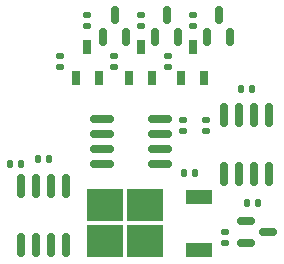
<source format=gbr>
%TF.GenerationSoftware,KiCad,Pcbnew,(6.0.4)*%
%TF.CreationDate,2022-07-19T00:56:17+02:00*%
%TF.ProjectId,Controller_Window,436f6e74-726f-46c6-9c65-725f57696e64,rev?*%
%TF.SameCoordinates,Original*%
%TF.FileFunction,Paste,Top*%
%TF.FilePolarity,Positive*%
%FSLAX46Y46*%
G04 Gerber Fmt 4.6, Leading zero omitted, Abs format (unit mm)*
G04 Created by KiCad (PCBNEW (6.0.4)) date 2022-07-19 00:56:17*
%MOMM*%
%LPD*%
G01*
G04 APERTURE LIST*
G04 Aperture macros list*
%AMRoundRect*
0 Rectangle with rounded corners*
0 $1 Rounding radius*
0 $2 $3 $4 $5 $6 $7 $8 $9 X,Y pos of 4 corners*
0 Add a 4 corners polygon primitive as box body*
4,1,4,$2,$3,$4,$5,$6,$7,$8,$9,$2,$3,0*
0 Add four circle primitives for the rounded corners*
1,1,$1+$1,$2,$3*
1,1,$1+$1,$4,$5*
1,1,$1+$1,$6,$7*
1,1,$1+$1,$8,$9*
0 Add four rect primitives between the rounded corners*
20,1,$1+$1,$2,$3,$4,$5,0*
20,1,$1+$1,$4,$5,$6,$7,0*
20,1,$1+$1,$6,$7,$8,$9,0*
20,1,$1+$1,$8,$9,$2,$3,0*%
G04 Aperture macros list end*
%ADD10RoundRect,0.140000X-0.170000X0.140000X-0.170000X-0.140000X0.170000X-0.140000X0.170000X0.140000X0*%
%ADD11RoundRect,0.140000X-0.140000X-0.170000X0.140000X-0.170000X0.140000X0.170000X-0.140000X0.170000X0*%
%ADD12RoundRect,0.140000X0.140000X0.170000X-0.140000X0.170000X-0.140000X-0.170000X0.140000X-0.170000X0*%
%ADD13R,0.650000X1.220000*%
%ADD14RoundRect,0.150000X-0.587500X-0.150000X0.587500X-0.150000X0.587500X0.150000X-0.587500X0.150000X0*%
%ADD15RoundRect,0.150000X-0.825000X-0.150000X0.825000X-0.150000X0.825000X0.150000X-0.825000X0.150000X0*%
%ADD16R,3.050000X2.750000*%
%ADD17R,2.200000X1.200000*%
%ADD18RoundRect,0.150000X0.150000X-0.825000X0.150000X0.825000X-0.150000X0.825000X-0.150000X-0.825000X0*%
%ADD19RoundRect,0.150000X0.150000X-0.587500X0.150000X0.587500X-0.150000X0.587500X-0.150000X-0.587500X0*%
%ADD20RoundRect,0.140000X0.170000X-0.140000X0.170000X0.140000X-0.170000X0.140000X-0.170000X-0.140000X0*%
G04 APERTURE END LIST*
D10*
%TO.C,R8*%
X142100000Y-95920000D03*
X142100000Y-96880000D03*
%TD*%
D11*
%TO.C,R2*%
X153320000Y-108400000D03*
X154280000Y-108400000D03*
%TD*%
D12*
%TO.C,C5*%
X134230000Y-105100000D03*
X133270000Y-105100000D03*
%TD*%
D10*
%TO.C,R9*%
X144325000Y-92420000D03*
X144325000Y-93380000D03*
%TD*%
D13*
%TO.C,Q2*%
X147775000Y-97810000D03*
X149675000Y-97810000D03*
X148725000Y-95190000D03*
%TD*%
D10*
%TO.C,C4*%
X147950000Y-101320000D03*
X147950000Y-102280000D03*
%TD*%
D12*
%TO.C,C3*%
X148930000Y-105850000D03*
X147970000Y-105850000D03*
%TD*%
D14*
%TO.C,Q1*%
X153262500Y-109850000D03*
X153262500Y-111750000D03*
X155137500Y-110800000D03*
%TD*%
D10*
%TO.C,R3*%
X146600000Y-95920000D03*
X146600000Y-96880000D03*
%TD*%
D13*
%TO.C,Q3*%
X138875000Y-97810000D03*
X140775000Y-97810000D03*
X139825000Y-95190000D03*
%TD*%
D15*
%TO.C,U3*%
X141025000Y-101295000D03*
X141025000Y-102565000D03*
X141025000Y-103835000D03*
X141025000Y-105105000D03*
X145975000Y-105105000D03*
X145975000Y-103835000D03*
X145975000Y-102565000D03*
X145975000Y-101295000D03*
%TD*%
D16*
%TO.C,U1*%
X144675000Y-111625000D03*
X141325000Y-111625000D03*
X144675000Y-108575000D03*
X141325000Y-108575000D03*
D17*
X149300000Y-112380000D03*
X149300000Y-107820000D03*
%TD*%
D10*
%TO.C,C2*%
X149900000Y-101320000D03*
X149900000Y-102280000D03*
%TD*%
D18*
%TO.C,U4*%
X134220000Y-111915000D03*
X135490000Y-111915000D03*
X136760000Y-111915000D03*
X138030000Y-111915000D03*
X138030000Y-106965000D03*
X136760000Y-106965000D03*
X135490000Y-106965000D03*
X134220000Y-106965000D03*
%TD*%
D19*
%TO.C,Q7*%
X145575000Y-94337500D03*
X147475000Y-94337500D03*
X146525000Y-92462500D03*
%TD*%
D20*
%TO.C,C1*%
X151500000Y-111780000D03*
X151500000Y-110820000D03*
%TD*%
D10*
%TO.C,R5*%
X148725000Y-92420000D03*
X148725000Y-93380000D03*
%TD*%
D13*
%TO.C,Q6*%
X143375000Y-97810000D03*
X145275000Y-97810000D03*
X144325000Y-95190000D03*
%TD*%
D11*
%TO.C,R1*%
X152820000Y-98700000D03*
X153780000Y-98700000D03*
%TD*%
D10*
%TO.C,R4*%
X137500000Y-95920000D03*
X137500000Y-96880000D03*
%TD*%
D19*
%TO.C,Q5*%
X141175000Y-94337500D03*
X143075000Y-94337500D03*
X142125000Y-92462500D03*
%TD*%
D10*
%TO.C,R6*%
X139825000Y-92420000D03*
X139825000Y-93380000D03*
%TD*%
D19*
%TO.C,Q4*%
X149975000Y-94337500D03*
X151875000Y-94337500D03*
X150925000Y-92462500D03*
%TD*%
D11*
%TO.C,R7*%
X135645000Y-104639999D03*
X136605000Y-104639999D03*
%TD*%
D18*
%TO.C,U2*%
X151395000Y-105875000D03*
X152665000Y-105875000D03*
X153935000Y-105875000D03*
X155205000Y-105875000D03*
X155205000Y-100925000D03*
X153935000Y-100925000D03*
X152665000Y-100925000D03*
X151395000Y-100925000D03*
%TD*%
M02*

</source>
